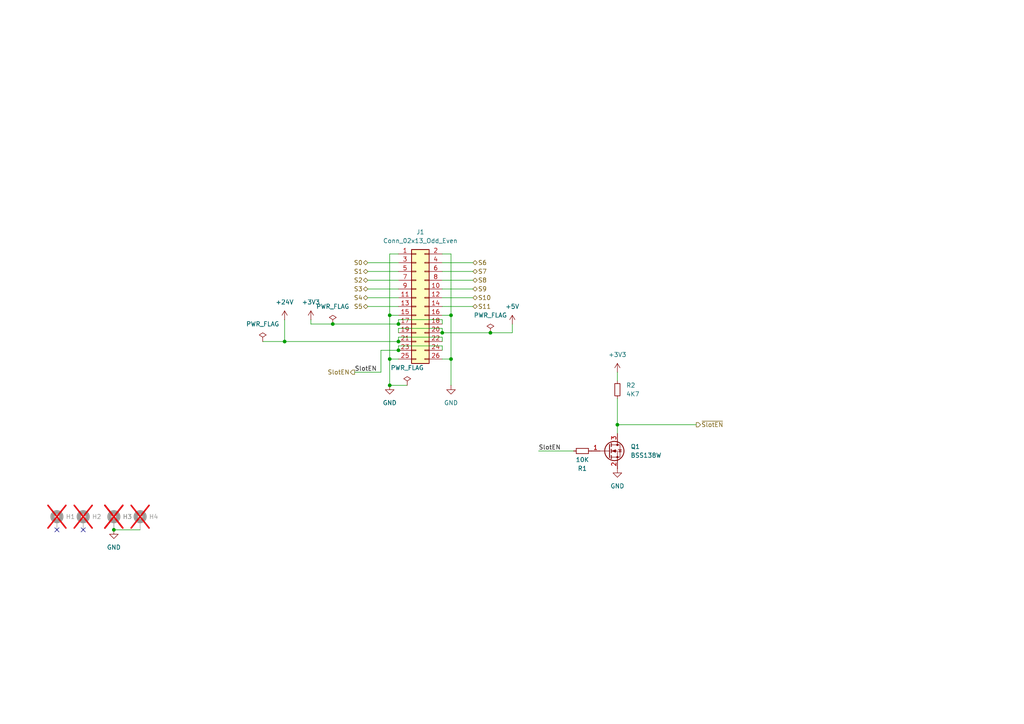
<source format=kicad_sch>
(kicad_sch (version 20231120) (generator "eeschema") (generator_version "8.0")
  (paper "A4")
  (lib_symbols
    (symbol "Connector_Generic:Conn_02x13_Odd_Even" (pin_names (offset 1.016) hide)
      (property "Reference" "J" (at 1.27 17.78 0))
      (property "Value" "Conn_02x13_Odd_Even" (at 1.27 -17.78 0))
      (symbol "Conn_02x13_Odd_Even_1_1"
        (rectangle (start -1.27 -15.113) (end 0 -15.367) (stroke (width 0.1524)))
        (rectangle (start -1.27 -12.573) (end 0 -12.827) (stroke (width 0.1524)))
        (rectangle (start -1.27 -10.033) (end 0 -10.287) (stroke (width 0.1524)))
        (rectangle (start -1.27 -7.493) (end 0 -7.747) (stroke (width 0.1524)))
        (rectangle (start -1.27 -4.953) (end 0 -5.207) (stroke (width 0.1524)))
        (rectangle (start -1.27 -2.413) (end 0 -2.667) (stroke (width 0.1524)))
        (rectangle (start -1.27 0.127) (end 0 -0.127) (stroke (width 0.1524)))
        (rectangle (start -1.27 2.667) (end 0 2.413) (stroke (width 0.1524)))
        (rectangle (start -1.27 5.207) (end 0 4.953) (stroke (width 0.1524)))
        (rectangle (start -1.27 7.747) (end 0 7.493) (stroke (width 0.1524)))
        (rectangle (start -1.27 10.287) (end 0 10.033) (stroke (width 0.1524)))
        (rectangle (start -1.27 12.827) (end 0 12.573) (stroke (width 0.1524)))
        (rectangle (start -1.27 15.367) (end 0 15.113) (stroke (width 0.1524)))
        (rectangle (start -1.27 16.51) (end 3.81 -16.51) (stroke (width 0.254)) (fill (type background)))
        (rectangle (start 3.81 -15.113) (end 2.54 -15.367) (stroke (width 0.1524)))
        (rectangle (start 3.81 -12.573) (end 2.54 -12.827) (stroke (width 0.1524)))
        (rectangle (start 3.81 -10.033) (end 2.54 -10.287) (stroke (width 0.1524)))
        (rectangle (start 3.81 -7.493) (end 2.54 -7.747) (stroke (width 0.1524)))
        (rectangle (start 3.81 -4.953) (end 2.54 -5.207) (stroke (width 0.1524)))
        (rectangle (start 3.81 -2.413) (end 2.54 -2.667) (stroke (width 0.1524)))
        (rectangle (start 3.81 0.127) (end 2.54 -0.127) (stroke (width 0.1524)))
        (rectangle (start 3.81 2.667) (end 2.54 2.413) (stroke (width 0.1524)))
        (rectangle (start 3.81 5.207) (end 2.54 4.953) (stroke (width 0.1524)))
        (rectangle (start 3.81 7.747) (end 2.54 7.493) (stroke (width 0.1524)))
        (rectangle (start 3.81 10.287) (end 2.54 10.033) (stroke (width 0.1524)))
        (rectangle (start 3.81 12.827) (end 2.54 12.573) (stroke (width 0.1524)))
        (rectangle (start 3.81 15.367) (end 2.54 15.113) (stroke (width 0.1524)))
        (pin passive line (at -5.08 15.24 0) (length 3.81) (name "Pin_1") (number "1"))
        (pin passive line (at 7.62 5.08 180) (length 3.81) (name "Pin_10") (number "10"))
        (pin passive line (at -5.08 2.54 0) (length 3.81) (name "Pin_11") (number "11"))
        (pin passive line (at 7.62 2.54 180) (length 3.81) (name "Pin_12") (number "12"))
        (pin passive line (at -5.08 0 0) (length 3.81) (name "Pin_13") (number "13"))
        (pin passive line (at 7.62 0 180) (length 3.81) (name "Pin_14") (number "14"))
        (pin passive line (at -5.08 -2.54 0) (length 3.81) (name "Pin_15") (number "15"))
        (pin passive line (at 7.62 -2.54 180) (length 3.81) (name "Pin_16") (number "16"))
        (pin passive line (at -5.08 -5.08 0) (length 3.81) (name "Pin_17") (number "17"))
        (pin passive line (at 7.62 -5.08 180) (length 3.81) (name "Pin_18") (number "18"))
        (pin passive line (at -5.08 -7.62 0) (length 3.81) (name "Pin_19") (number "19"))
        (pin passive line (at 7.62 15.24 180) (length 3.81) (name "Pin_2") (number "2"))
        (pin passive line (at 7.62 -7.62 180) (length 3.81) (name "Pin_20") (number "20"))
        (pin passive line (at -5.08 -10.16 0) (length 3.81) (name "Pin_21") (number "21"))
        (pin passive line (at 7.62 -10.16 180) (length 3.81) (name "Pin_22") (number "22"))
        (pin passive line (at -5.08 -12.7 0) (length 3.81) (name "Pin_23") (number "23"))
        (pin passive line (at 7.62 -12.7 180) (length 3.81) (name "Pin_24") (number "24"))
        (pin passive line (at -5.08 -15.24 0) (length 3.81) (name "Pin_25") (number "25"))
        (pin passive line (at 7.62 -15.24 180) (length 3.81) (name "Pin_26") (number "26"))
        (pin passive line (at -5.08 12.7 0) (length 3.81) (name "Pin_3") (number "3"))
        (pin passive line (at 7.62 12.7 180) (length 3.81) (name "Pin_4") (number "4"))
        (pin passive line (at -5.08 10.16 0) (length 3.81) (name "Pin_5") (number "5"))
        (pin passive line (at 7.62 10.16 180) (length 3.81) (name "Pin_6") (number "6"))
        (pin passive line (at -5.08 7.62 0) (length 3.81) (name "Pin_7") (number "7"))
        (pin passive line (at 7.62 7.62 180) (length 3.81) (name "Pin_8") (number "8"))
        (pin passive line (at -5.08 5.08 0) (length 3.81) (name "Pin_9") (number "9"))
      )
    )
    (symbol "Device:R_Small" (pin_numbers hide) (pin_names (offset 0.254) hide)
      (property "Reference" "R" (at 0.762 0.508 0))
      (property "Value" "R_Small" (at 0.762 -1.016 0))
      (symbol "R_Small_0_1"
        (rectangle (start -0.762 1.778) (end 0.762 -1.778) (stroke (width 0.2032)))
      )
      (symbol "R_Small_1_1"
        (pin passive line (at 0 2.54 270) (length 0.762) (name "~") (number "1"))
        (pin passive line (at 0 -2.54 90) (length 0.762) (name "~") (number "2"))
      )
    )
    (symbol "hadv-mechanical:MH_3.2mm" (pin_numbers hide) (pin_names (offset 1.016) hide) (in_bom no)
      (property "Reference" "H" (at 0 6.985 0))
      (symbol "MH_3.2mm_0_1"
        (circle (center 0 3.81) (radius 1.27) (stroke (width 1.27)))
      )
      (symbol "MH_3.2mm_1_1"
        (pin input line (at 0 0 90) (length 2.54) (name "1") (number "1"))
      )
    )
    (symbol "hadv-transistors:BSS138W" (pin_names (offset 0) hide)
      (property "Reference" "Q" (at 5.08 1.27 0))
      (property "Value" "BSS138W" (at 5.08 -1.27 0))
      (symbol "BSS138W_0_1"
        (polyline (pts (xy 0.254 0) (xy -2.54 0)))
        (polyline (pts (xy 0.254 1.905) (xy 0.254 -1.905)) (stroke (width 0.254)))
        (polyline (pts (xy 0.762 -1.27) (xy 0.762 -2.286)) (stroke (width 0.254)))
        (polyline (pts (xy 0.762 0.508) (xy 0.762 -0.508)) (stroke (width 0.254)))
        (polyline (pts (xy 0.762 2.286) (xy 0.762 1.27)) (stroke (width 0.254)))
        (polyline (pts (xy 2.54 2.54) (xy 2.54 1.778)))
        (polyline (pts (xy 2.54 -2.54) (xy 2.54 0) (xy 0.762 0)))
        (polyline (pts (xy 0.762 -1.778) (xy 3.302 -1.778) (xy 3.302 1.778) (xy 0.762 1.778)))
        (polyline (pts (xy 1.016 0) (xy 2.032 0.381) (xy 2.032 -0.381) (xy 1.016 0)) (fill (type outline)))
        (polyline (pts (xy 2.794 0.508) (xy 2.921 0.381) (xy 3.683 0.381) (xy 3.81 0.254)))
        (polyline (pts (xy 3.302 0.381) (xy 2.921 -0.254) (xy 3.683 -0.254) (xy 3.302 0.381)))
        (circle (center 1.651 0) (radius 2.794) (stroke (width 0.254)))
        (circle (center 2.54 -1.778) (radius 0.254) (fill (type outline)))
        (circle (center 2.54 1.778) (radius 0.254) (fill (type outline)))
      )
      (symbol "BSS138W_1_1"
        (pin input line (at -5.08 0 0) (length 2.54) (name "G") (number "1"))
        (pin passive line (at 2.54 -5.08 90) (length 2.54) (name "S") (number "2"))
        (pin passive line (at 2.54 5.08 270) (length 2.54) (name "D") (number "3"))
      )
    )
    (symbol "power:+24V" (power) (pin_numbers hide) (pin_names (offset 0) hide)
      (property "Value" "+24V" (at 0 3.556 0))
      (symbol "+24V_0_1"
        (polyline (pts (xy -0.762 1.27) (xy 0 2.54)))
        (polyline (pts (xy 0 0) (xy 0 2.54)))
        (polyline (pts (xy 0 2.54) (xy 0.762 1.27)))
      )
      (symbol "+24V_1_1"
        (pin power_in line (at 0 0 90) (length 0) (name "~") (number "1"))
      )
    )
    (symbol "power:+3V3" (power) (pin_numbers hide) (pin_names (offset 0) hide)
      (property "Value" "+3V3" (at 0 3.556 0))
      (symbol "+3V3_0_1"
        (polyline (pts (xy -0.762 1.27) (xy 0 2.54)))
        (polyline (pts (xy 0 0) (xy 0 2.54)))
        (polyline (pts (xy 0 2.54) (xy 0.762 1.27)))
      )
      (symbol "+3V3_1_1"
        (pin power_in line (at 0 0 90) (length 0) (name "~") (number "1"))
      )
    )
    (symbol "power:+5V" (power) (pin_numbers hide) (pin_names (offset 0) hide)
      (property "Value" "+5V" (at 0 3.556 0))
      (symbol "+5V_0_1"
        (polyline (pts (xy -0.762 1.27) (xy 0 2.54)))
        (polyline (pts (xy 0 0) (xy 0 2.54)))
        (polyline (pts (xy 0 2.54) (xy 0.762 1.27)))
      )
      (symbol "+5V_1_1"
        (pin power_in line (at 0 0 90) (length 0) (name "~") (number "1"))
      )
    )
    (symbol "power:GND" (power) (pin_numbers hide) (pin_names (offset 0) hide)
      (property "Value" "GND" (at 0 -3.81 0))
      (symbol "GND_0_1"
        (polyline (pts (xy 0 0) (xy 0 -1.27) (xy 1.27 -1.27) (xy 0 -2.54) (xy -1.27 -1.27) (xy 0 -1.27)))
      )
      (symbol "GND_1_1"
        (pin power_in line (at 0 0 270) (length 0) (name "~") (number "1"))
      )
    )
    (symbol "power:PWR_FLAG" (power) (pin_numbers hide) (pin_names (offset 0) hide)
      (property "Value" "PWR_FLAG" (at 0 3.81 0))
      (symbol "PWR_FLAG_0_0"
        (pin power_out line (at 0 0 90) (length 0) (name "~") (number "1"))
      )
      (symbol "PWR_FLAG_0_1"
        (polyline (pts (xy 0 0) (xy 0 1.27) (xy -1.016 1.905) (xy 0 2.54) (xy 1.016 1.905) (xy 0 1.27)))
      )
    )
  )
  (junction (at 115.57 101.6))
  (junction (at 115.57 93.98))
  (junction (at 113.03 111.76))
  (junction (at 33.02 153.67))
  (junction (at 179.07 123.19))
  (junction (at 115.57 99.06))
  (junction (at 113.03 91.44))
  (junction (at 130.81 104.14))
  (junction (at 113.03 104.14))
  (junction (at 128.27 96.52))
  (junction (at 130.81 91.44))
  (junction (at 82.55 99.06))
  (junction (at 96.52 93.98))
  (junction (at 142.24 96.52))
  (no_connect (at 24.13 153.67))
  (no_connect (at 16.51 153.67))
  (wire (pts (xy 130.81 73.66) (xy 128.27 73.66)))
  (wire (pts (xy 90.17 92.71) (xy 90.17 93.98)))
  (wire (pts (xy 128.27 83.82) (xy 137.16 83.82)))
  (wire (pts (xy 113.03 73.66) (xy 115.57 73.66)))
  (wire (pts (xy 128.27 76.2) (xy 137.16 76.2)))
  (wire (pts (xy 113.03 111.76) (xy 118.11 111.76)))
  (wire (pts (xy 128.27 88.9) (xy 137.16 88.9)))
  (wire (pts (xy 113.03 91.44) (xy 115.57 91.44)))
  (wire (pts (xy 115.57 95.25) (xy 115.57 96.52)))
  (wire (pts (xy 128.27 99.06) (xy 128.27 97.79)))
  (wire (pts (xy 128.27 86.36) (xy 137.16 86.36)))
  (wire (pts (xy 128.27 96.52) (xy 142.24 96.52)))
  (wire (pts (xy 142.24 96.52) (xy 148.59 96.52)))
  (wire (pts (xy 128.27 81.28) (xy 137.16 81.28)))
  (wire (pts (xy 106.68 78.74) (xy 115.57 78.74)))
  (wire (pts (xy 115.57 92.71) (xy 115.57 93.98)))
  (wire (pts (xy 128.27 100.33) (xy 115.57 100.33)))
  (wire (pts (xy 128.27 95.25) (xy 115.57 95.25)))
  (wire (pts (xy 179.07 123.19) (xy 201.93 123.19)))
  (wire (pts (xy 128.27 97.79) (xy 115.57 97.79)))
  (wire (pts (xy 106.68 88.9) (xy 115.57 88.9)))
  (wire (pts (xy 106.68 76.2) (xy 115.57 76.2)))
  (wire (pts (xy 106.68 81.28) (xy 115.57 81.28)))
  (wire (pts (xy 128.27 101.6) (xy 128.27 100.33)))
  (wire (pts (xy 82.55 92.71) (xy 82.55 99.06)))
  (wire (pts (xy 113.03 73.66) (xy 113.03 91.44)))
  (wire (pts (xy 128.27 91.44) (xy 130.81 91.44)))
  (wire (pts (xy 179.07 123.19) (xy 179.07 125.73)))
  (wire (pts (xy 115.57 97.79) (xy 115.57 99.06)))
  (wire (pts (xy 113.03 91.44) (xy 113.03 104.14)))
  (wire (pts (xy 115.57 100.33) (xy 115.57 101.6)))
  (wire (pts (xy 76.2 99.06) (xy 82.55 99.06)))
  (wire (pts (xy 33.02 153.67) (xy 40.64 153.67)))
  (wire (pts (xy 96.52 93.98) (xy 115.57 93.98)))
  (wire (pts (xy 130.81 91.44) (xy 130.81 104.14)))
  (wire (pts (xy 179.07 115.57) (xy 179.07 123.19)))
  (wire (pts (xy 106.68 86.36) (xy 115.57 86.36)))
  (wire (pts (xy 110.49 101.6) (xy 110.49 107.95)))
  (wire (pts (xy 115.57 101.6) (xy 110.49 101.6)))
  (wire (pts (xy 90.17 93.98) (xy 96.52 93.98)))
  (wire (pts (xy 128.27 104.14) (xy 130.81 104.14)))
  (wire (pts (xy 113.03 104.14) (xy 115.57 104.14)))
  (wire (pts (xy 128.27 78.74) (xy 137.16 78.74)))
  (wire (pts (xy 115.57 92.71) (xy 128.27 92.71)))
  (wire (pts (xy 130.81 73.66) (xy 130.81 91.44)))
  (wire (pts (xy 106.68 83.82) (xy 115.57 83.82)))
  (wire (pts (xy 128.27 96.52) (xy 128.27 95.25)))
  (wire (pts (xy 156.21 130.81) (xy 166.37 130.81)))
  (wire (pts (xy 130.81 104.14) (xy 130.81 111.76)))
  (wire (pts (xy 113.03 104.14) (xy 113.03 111.76)))
  (wire (pts (xy 82.55 99.06) (xy 115.57 99.06)))
  (wire (pts (xy 102.87 107.95) (xy 110.49 107.95)))
  (wire (pts (xy 128.27 92.71) (xy 128.27 93.98)))
  (wire (pts (xy 179.07 107.95) (xy 179.07 110.49)))
  (wire (pts (xy 148.59 93.98) (xy 148.59 96.52)))
  (label "SlotEN" (at 156.21 130.81 0))
  (label "SlotEN" (at 102.87 107.95 0))
  (hierarchical_label "S6" (shape bidirectional) (at 137.16 76.2 0))
  (hierarchical_label "S11" (shape bidirectional) (at 137.16 88.9 0))
  (hierarchical_label "S10" (shape bidirectional) (at 137.16 86.36 0))
  (hierarchical_label "S4" (shape bidirectional) (at 106.68 86.36 180))
  (hierarchical_label "S3" (shape bidirectional) (at 106.68 83.82 180))
  (hierarchical_label "S0" (shape bidirectional) (at 106.68 76.2 180))
  (hierarchical_label "S9" (shape bidirectional) (at 137.16 83.82 0))
  (hierarchical_label "S7" (shape bidirectional) (at 137.16 78.74 0))
  (hierarchical_label "S5" (shape bidirectional) (at 106.68 88.9 180))
  (hierarchical_label "S8" (shape bidirectional) (at 137.16 81.28 0))
  (hierarchical_label "SlotEN" (shape output) (at 102.87 107.95 180))
  (hierarchical_label "S1" (shape bidirectional) (at 106.68 78.74 180))
  (hierarchical_label "S2" (shape bidirectional) (at 106.68 81.28 180))
  (hierarchical_label "~{SlotEN}" (shape output) (at 201.93 123.19 0))
  (symbol (lib_id "hadv-mechanical:MH_3.2mm") (at 24.13 153.67 0) (unit 1) (in_bom no) (dnp yes)
    (property "Reference" "H2" (at 26.67 149.8599 0) (effects (justify left)))
    (property "Value" "MH_3.2mm" (effects (hide yes)))
    (property "Footprint" "MountingHole:MountingHole_3.2mm_M3_Pad_Via" (effects (hide yes)))
    (property "Description" "Mounting Hole with pad for M3 bolt" (effects (hide yes)))
  )
  (symbol (lib_id "power:GND") (at 113.03 111.76 0) (unit 1)
    (property "Reference" "#PWR04" (effects (hide yes)))
    (property "Value" "GND" (at 113.03 116.84 0))
    (property "Description" "Power symbol creates a global label with name \"GND\" , ground" (effects (hide yes)))
  )
  (symbol (lib_id "hadv-mechanical:MH_3.2mm") (at 40.64 153.67 0) (unit 1) (in_bom no) (dnp yes)
    (property "Reference" "H4" (at 43.18 149.8599 0) (effects (justify left)))
    (property "Value" "MH_3.2mm" (effects (hide yes)))
    (property "Footprint" "MountingHole:MountingHole_3.2mm_M3_Pad_Via" (effects (hide yes)))
    (property "Description" "Mounting Hole with pad for M3 bolt" (effects (hide yes)))
  )
  (symbol (lib_id "hadv-mechanical:MH_3.2mm") (at 33.02 153.67 0) (unit 1) (in_bom no) (dnp yes)
    (property "Reference" "H3" (at 35.56 149.8599 0) (effects (justify left)))
    (property "Value" "MH_3.2mm" (effects (hide yes)))
    (property "Footprint" "MountingHole:MountingHole_3.2mm_M3_Pad_Via" (effects (hide yes)))
    (property "Description" "Mounting Hole with pad for M3 bolt" (effects (hide yes)))
  )
  (symbol (lib_id "power:PWR_FLAG") (at 118.11 111.76 0) (unit 1)
    (property "Reference" "#FLG03" (effects (hide yes)))
    (property "Value" "PWR_FLAG" (at 118.11 106.68 0))
    (property "Description" "Special symbol for telling ERC where power comes from" (effects (hide yes)))
  )
  (symbol (lib_id "Connector_Generic:Conn_02x13_Odd_Even") (at 120.65 88.9 0) (unit 1)
    (property "Reference" "J1" (at 121.92 67.31 0))
    (property "Value" "Conn_02x13_Odd_Even" (at 121.92 69.85 0))
    (property "Footprint" "Connector_PinHeader_2.54mm:PinHeader_2x13_P2.54mm_Horizontal" (effects (hide yes)))
    (property "Description" "Generic connector, double row, 02x13, odd/even pin numbering scheme (row 1 odd numbers, row 2 even numbers), script generated (kicad-library-utils/schlib/autogen/connector/)" (effects (hide yes)))
    (property "LCSC#" "C2894993" (effects (hide yes)))
  )
  (symbol (lib_id "power:GND") (at 33.02 153.67 0) (unit 1)
    (property "Reference" "#PWR01" (effects (hide yes)))
    (property "Value" "GND" (at 33.02 158.75 0))
    (property "Description" "Power symbol creates a global label with name \"GND\" , ground" (effects (hide yes)))
  )
  (symbol (lib_id "Device:R_Small") (at 168.91 130.81 270) (unit 1)
    (property "Reference" "R1" (at 168.91 135.89 90))
    (property "Value" "10K" (at 168.91 133.35 90))
    (property "Footprint" "Resistor_SMD:R_0603_1608Metric" (effects (hide yes)))
    (property "LCSC#" "C98220" (effects (hide yes)))
  )
  (symbol (lib_id "power:GND") (at 179.07 135.89 0) (unit 1)
    (property "Reference" "#PWR08" (effects (hide yes)))
    (property "Value" "GND" (at 179.07 140.97 0))
    (property "Description" "Power symbol creates a global label with name \"GND\" , ground" (effects (hide yes)))
  )
  (symbol (lib_id "power:+3V3") (at 90.17 92.71 0) (unit 1)
    (property "Reference" "#PWR03" (effects (hide yes)))
    (property "Value" "+3V3" (at 90.17 87.63 0))
    (property "Description" "Power symbol creates a global label with name \"+3V3\"" (effects (hide yes)))
  )
  (symbol (lib_id "power:+24V") (at 82.55 92.71 0) (unit 1)
    (property "Reference" "#PWR02" (effects (hide yes)))
    (property "Value" "+24V" (at 82.55 87.63 0))
    (property "Description" "Power symbol creates a global label with name \"+24V\"" (effects (hide yes)))
  )
  (symbol (lib_id "power:PWR_FLAG") (at 142.24 96.52 0) (unit 1)
    (property "Reference" "#FLG04" (effects (hide yes)))
    (property "Value" "PWR_FLAG" (at 142.24 91.44 0))
    (property "Description" "Special symbol for telling ERC where power comes from" (effects (hide yes)))
  )
  (symbol (lib_id "hadv-transistors:BSS138W") (at 176.53 130.81 0) (unit 1)
    (property "Reference" "Q1" (at 182.88 129.54 0) (effects (justify left)))
    (property "Value" "BSS138W" (at 182.88 132.08 0) (effects (justify left)))
    (property "Footprint" "Package_TO_SOT_SMD:SOT-323_SC-70" (effects (hide yes)))
    (property "MPN" "BSS138W" (effects (hide yes)))
    (property "Manufacturer" "Jiangsu Changjing Electronics Technology Co., Ltd." (effects (hide yes)))
    (property "LCSC#" "C504052" (effects (hide yes)))
  )
  (symbol (lib_id "hadv-mechanical:MH_3.2mm") (at 16.51 153.67 0) (unit 1) (in_bom no) (dnp yes)
    (property "Reference" "H1" (at 19.05 149.8599 0) (effects (justify left)))
    (property "Value" "MH_3.2mm" (effects (hide yes)))
    (property "Footprint" "MountingHole:MountingHole_3.2mm_M3_Pad_Via" (effects (hide yes)))
    (property "Description" "Mounting Hole with pad for M3 bolt" (effects (hide yes)))
  )
  (symbol (lib_id "power:PWR_FLAG") (at 96.52 93.98 0) (unit 1)
    (property "Reference" "#FLG02" (effects (hide yes)))
    (property "Value" "PWR_FLAG" (at 96.52 88.9 0))
    (property "Description" "Special symbol for telling ERC where power comes from" (effects (hide yes)))
  )
  (symbol (lib_id "Device:R_Small") (at 179.07 113.03 0) (unit 1)
    (property "Reference" "R2" (at 181.61 111.7599 0) (effects (justify left)))
    (property "Value" "4K7" (at 181.61 114.2999 0) (effects (justify left)))
    (property "Footprint" "Resistor_SMD:R_0603_1608Metric" (effects (hide yes)))
    (property "Description" "Resistor, small symbol" (effects (hide yes)))
    (property "LCSC#" "C99782" (effects (hide yes)))
  )
  (symbol (lib_id "power:PWR_FLAG") (at 76.2 99.06 0) (unit 1)
    (property "Reference" "#FLG01" (effects (hide yes)))
    (property "Value" "PWR_FLAG" (at 76.2 93.98 0))
    (property "Description" "Special symbol for telling ERC where power comes from" (effects (hide yes)))
  )
  (symbol (lib_id "power:GND") (at 130.81 111.76 0) (unit 1)
    (property "Reference" "#PWR05" (effects (hide yes)))
    (property "Value" "GND" (at 130.81 116.84 0))
    (property "Description" "Power symbol creates a global label with name \"GND\" , ground" (effects (hide yes)))
  )
  (symbol (lib_id "power:+5V") (at 148.59 93.98 0) (unit 1)
    (property "Reference" "#PWR06" (effects (hide yes)))
    (property "Value" "+5V" (at 148.59 88.9 0))
    (property "Description" "Power symbol creates a global label with name \"+5V\"" (effects (hide yes)))
  )
  (symbol (lib_id "power:+3V3") (at 179.07 107.95 0) (unit 1)
    (property "Reference" "#PWR07" (effects (hide yes)))
    (property "Value" "+3V3" (at 179.07 102.87 0))
    (property "Description" "Power symbol creates a global label with name \"+3V3\"" (effects (hide yes)))
  )
)
</source>
